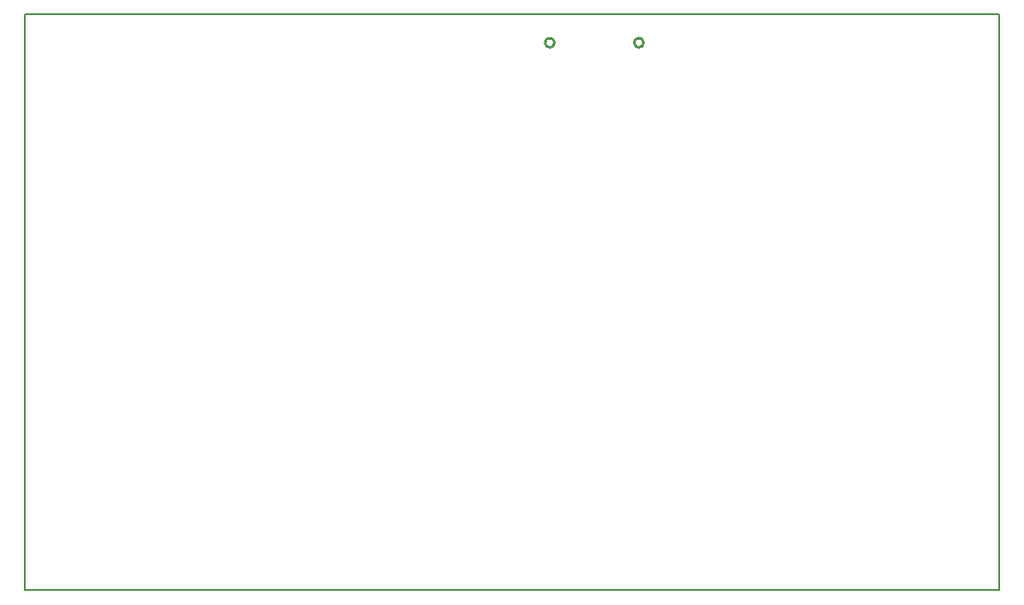
<source format=gm1>
%FSLAX25Y25*%
%MOIN*%
G70*
G01*
G75*
G04 Layer_Color=16711935*
%ADD10C,0.02000*%
%ADD11R,0.07874X0.07874*%
%ADD12R,0.03347X0.02756*%
%ADD13R,0.02756X0.08268*%
%ADD14R,0.02559X0.04843*%
%ADD15R,0.19685X0.05118*%
%ADD16R,0.04724X0.09843*%
%ADD17R,0.09843X0.05906*%
%ADD18O,0.01378X0.06890*%
%ADD19R,0.01378X0.01181*%
%ADD20R,0.01378X0.00984*%
%ADD21R,0.01181X0.01181*%
%ADD22O,0.04724X0.00984*%
%ADD23R,0.04724X0.01772*%
%ADD24O,0.04724X0.01772*%
%ADD25O,0.00984X0.04724*%
%ADD26O,0.01772X0.04724*%
%ADD27R,0.07480X0.05512*%
%ADD28R,0.05315X0.01654*%
%ADD29R,0.03937X0.03150*%
%ADD30R,0.03150X0.03937*%
%ADD31R,0.09843X0.11811*%
%ADD32O,0.07087X0.02362*%
%ADD33O,0.02362X0.07087*%
%ADD34O,0.03543X0.01969*%
%ADD35R,0.03543X0.01969*%
%ADD36O,0.03543X0.01969*%
%ADD37R,0.01575X0.03347*%
%ADD38R,0.03937X0.02362*%
%ADD39R,0.02756X0.03347*%
G04:AMPARAMS|DCode=40|XSize=35.43mil|YSize=157.48mil|CornerRadius=1.77mil|HoleSize=0mil|Usage=FLASHONLY|Rotation=0.000|XOffset=0mil|YOffset=0mil|HoleType=Round|Shape=RoundedRectangle|*
%AMROUNDEDRECTD40*
21,1,0.03543,0.15394,0,0,0.0*
21,1,0.03189,0.15748,0,0,0.0*
1,1,0.00354,0.01595,-0.07697*
1,1,0.00354,-0.01595,-0.07697*
1,1,0.00354,-0.01595,0.07697*
1,1,0.00354,0.01595,0.07697*
%
%ADD40ROUNDEDRECTD40*%
%ADD41R,0.05906X0.03937*%
%ADD42R,0.05118X0.19685*%
%ADD43R,0.03937X0.05906*%
%ADD44C,0.04000*%
%ADD45C,0.01000*%
%ADD46C,0.01500*%
%ADD47C,0.00800*%
%ADD48C,0.03000*%
%ADD49C,0.07000*%
%ADD50R,0.16830X0.03653*%
%ADD51C,0.00500*%
%ADD52C,0.05906*%
%ADD53R,0.05906X0.05906*%
%ADD54C,0.11811*%
%ADD55O,0.07874X0.15748*%
%ADD56C,0.03228*%
%ADD57R,0.05906X0.05906*%
%ADD58C,0.07874*%
%ADD59R,0.07874X0.07874*%
%ADD60O,0.11811X0.07874*%
%ADD61R,0.11811X0.07874*%
G04:AMPARAMS|DCode=62|XSize=51.18mil|YSize=173.23mil|CornerRadius=2.56mil|HoleSize=0mil|Usage=FLASHONLY|Rotation=0.000|XOffset=0mil|YOffset=0mil|HoleType=Round|Shape=RoundedRectangle|*
%AMROUNDEDRECTD62*
21,1,0.05118,0.16811,0,0,0.0*
21,1,0.04606,0.17323,0,0,0.0*
1,1,0.00512,0.02303,-0.08406*
1,1,0.00512,-0.02303,-0.08406*
1,1,0.00512,-0.02303,0.08406*
1,1,0.00512,0.02303,0.08406*
%
%ADD62ROUNDEDRECTD62*%
%ADD63C,0.03000*%
%ADD64C,0.04000*%
%ADD65C,0.02000*%
%ADD66C,0.06000*%
%ADD67R,0.03937X0.07087*%
%ADD68R,0.11811X0.08661*%
%ADD69C,0.00984*%
%ADD70C,0.02362*%
%ADD71C,0.00787*%
%ADD72C,0.00300*%
%ADD73C,0.00400*%
%ADD74C,0.00493*%
%ADD75C,0.00700*%
%ADD76R,0.08674X0.08674*%
%ADD77R,0.04147X0.03556*%
%ADD78R,0.03556X0.09068*%
%ADD79R,0.03359X0.05643*%
%ADD80R,0.20485X0.05918*%
%ADD81R,0.05524X0.10642*%
%ADD82R,0.10642X0.06706*%
%ADD83O,0.02178X0.07690*%
%ADD84R,0.02178X0.01981*%
%ADD85R,0.02178X0.01784*%
%ADD86R,0.01981X0.01981*%
%ADD87O,0.05524X0.01784*%
%ADD88R,0.05524X0.02572*%
%ADD89O,0.05524X0.02572*%
%ADD90O,0.01784X0.05524*%
%ADD91O,0.02572X0.05524*%
%ADD92R,0.08280X0.06312*%
%ADD93R,0.06115X0.02454*%
%ADD94R,0.04737X0.03950*%
%ADD95R,0.03950X0.04737*%
%ADD96R,0.10642X0.12611*%
%ADD97O,0.07887X0.03162*%
%ADD98O,0.03162X0.07887*%
%ADD99O,0.04343X0.02769*%
%ADD100R,0.04343X0.02769*%
%ADD101O,0.04343X0.02769*%
%ADD102R,0.02375X0.04147*%
%ADD103R,0.04737X0.03162*%
%ADD104R,0.03556X0.04147*%
G04:AMPARAMS|DCode=105|XSize=39.37mil|YSize=161.42mil|CornerRadius=1.97mil|HoleSize=0mil|Usage=FLASHONLY|Rotation=0.000|XOffset=0mil|YOffset=0mil|HoleType=Round|Shape=RoundedRectangle|*
%AMROUNDEDRECTD105*
21,1,0.03937,0.15748,0,0,0.0*
21,1,0.03543,0.16142,0,0,0.0*
1,1,0.00394,0.01772,-0.07874*
1,1,0.00394,-0.01772,-0.07874*
1,1,0.00394,-0.01772,0.07874*
1,1,0.00394,0.01772,0.07874*
%
%ADD105ROUNDEDRECTD105*%
%ADD106R,0.06706X0.04737*%
%ADD107R,0.05918X0.20485*%
%ADD108R,0.04737X0.06706*%
%ADD109C,0.06706*%
%ADD110R,0.06706X0.06706*%
%ADD111C,0.12611*%
%ADD112O,0.08674X0.16548*%
%ADD113C,0.04028*%
%ADD114R,0.06706X0.06706*%
%ADD115C,0.08674*%
%ADD116R,0.08674X0.08674*%
%ADD117O,0.12611X0.08674*%
%ADD118R,0.12611X0.08674*%
G04:AMPARAMS|DCode=119|XSize=55.12mil|YSize=177.16mil|CornerRadius=2.76mil|HoleSize=0mil|Usage=FLASHONLY|Rotation=0.000|XOffset=0mil|YOffset=0mil|HoleType=Round|Shape=RoundedRectangle|*
%AMROUNDEDRECTD119*
21,1,0.05512,0.17165,0,0,0.0*
21,1,0.04961,0.17716,0,0,0.0*
1,1,0.00551,0.02480,-0.08583*
1,1,0.00551,-0.02480,-0.08583*
1,1,0.00551,-0.02480,0.08583*
1,1,0.00551,0.02480,0.08583*
%
%ADD119ROUNDEDRECTD119*%
%ADD120R,0.04737X0.07887*%
%ADD121R,0.12611X0.09461*%
%ADD122R,0.11811X0.01575*%
D45*
X193037Y6781D02*
G03*
X193037Y6781I-1772J0D01*
G01*
X159572D02*
G03*
X159572Y6781I-1772J0D01*
G01*
X193037D02*
G03*
X193037Y6781I-1772J0D01*
G01*
X159572D02*
G03*
X159572Y6781I-1772J0D01*
G01*
D51*
X-39500Y-199135D02*
Y17400D01*
Y-199135D02*
X326642D01*
Y17400D01*
X-39500D02*
X326642D01*
X-39500Y-199135D02*
Y17400D01*
Y-199135D02*
X326642D01*
Y17400D01*
X-39500D02*
X326642D01*
M02*

</source>
